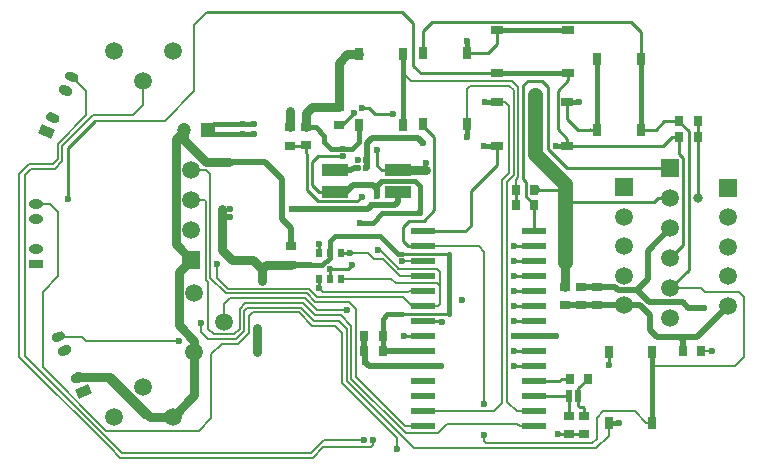
<source format=gbr>
%TF.GenerationSoftware,KiCad,Pcbnew,(5.1.8-0-10_14)*%
%TF.CreationDate,2022-01-05T18:09:54+08:00*%
%TF.ProjectId,MicroMouse,4d696372-6f4d-46f7-9573-652e6b696361,rev?*%
%TF.SameCoordinates,Original*%
%TF.FileFunction,Copper,L2,Bot*%
%TF.FilePolarity,Positive*%
%FSLAX46Y46*%
G04 Gerber Fmt 4.6, Leading zero omitted, Abs format (unit mm)*
G04 Created by KiCad (PCBNEW (5.1.8-0-10_14)) date 2022-01-05 18:09:54*
%MOMM*%
%LPD*%
G01*
G04 APERTURE LIST*
%TA.AperFunction,ComponentPad*%
%ADD10C,1.500000*%
%TD*%
%TA.AperFunction,ComponentPad*%
%ADD11R,1.500000X1.500000*%
%TD*%
%TA.AperFunction,ComponentPad*%
%ADD12C,1.200000*%
%TD*%
%TA.AperFunction,ComponentPad*%
%ADD13R,1.200000X1.200000*%
%TD*%
%TA.AperFunction,ComponentPad*%
%ADD14C,0.100000*%
%TD*%
%TA.AperFunction,ComponentPad*%
%ADD15O,1.200000X0.800000*%
%TD*%
%TA.AperFunction,ComponentPad*%
%ADD16R,1.200000X0.800000*%
%TD*%
%TA.AperFunction,SMDPad,CuDef*%
%ADD17R,0.787000X0.864000*%
%TD*%
%TA.AperFunction,SMDPad,CuDef*%
%ADD18R,0.575000X1.140000*%
%TD*%
%TA.AperFunction,SMDPad,CuDef*%
%ADD19R,0.500000X0.800000*%
%TD*%
%TA.AperFunction,SMDPad,CuDef*%
%ADD20R,2.000000X0.600000*%
%TD*%
%TA.AperFunction,SMDPad,CuDef*%
%ADD21R,0.700000X1.000000*%
%TD*%
%TA.AperFunction,SMDPad,CuDef*%
%ADD22R,1.000000X0.700000*%
%TD*%
%TA.AperFunction,SMDPad,CuDef*%
%ADD23R,0.864000X0.787000*%
%TD*%
%TA.AperFunction,SMDPad,CuDef*%
%ADD24R,2.200000X1.000000*%
%TD*%
%TA.AperFunction,ViaPad*%
%ADD25C,0.600000*%
%TD*%
%TA.AperFunction,ViaPad*%
%ADD26C,0.800000*%
%TD*%
%TA.AperFunction,Conductor*%
%ADD27C,0.508000*%
%TD*%
%TA.AperFunction,Conductor*%
%ADD28C,0.254000*%
%TD*%
%TA.AperFunction,Conductor*%
%ADD29C,0.381000*%
%TD*%
%TA.AperFunction,Conductor*%
%ADD30C,0.250000*%
%TD*%
%TA.AperFunction,Conductor*%
%ADD31C,0.762000*%
%TD*%
%TA.AperFunction,Conductor*%
%ADD32C,0.200000*%
%TD*%
%TA.AperFunction,Conductor*%
%ADD33C,1.270000*%
%TD*%
G04 APERTURE END LIST*
D10*
X82189460Y-84541500D03*
X82189460Y-87081500D03*
X82189460Y-89621500D03*
D11*
X82189460Y-92161500D03*
D12*
X81604240Y-81196320D03*
D13*
X83604240Y-81196320D03*
%TA.AperFunction,ComponentPad*%
G36*
G01*
X72887034Y-102429010D02*
X72524510Y-102598058D01*
G75*
G02*
X71992940Y-102404582I-169047J362523D01*
G01*
X71992940Y-102404582D01*
G75*
G02*
X72186416Y-101873012I362523J169047D01*
G01*
X72548940Y-101703964D01*
G75*
G02*
X73080510Y-101897440I169047J-362523D01*
G01*
X73080510Y-101897440D01*
G75*
G02*
X72887034Y-102429010I-362523J-169047D01*
G01*
G37*
%TD.AperFunction*%
%TA.AperFunction,ComponentPad*%
G36*
G01*
X71813584Y-100126988D02*
X71451060Y-100296036D01*
G75*
G02*
X70919490Y-100102560I-169047J362523D01*
G01*
X70919490Y-100102560D01*
G75*
G02*
X71112966Y-99570990I362523J169047D01*
G01*
X71475490Y-99401942D01*
G75*
G02*
X72007060Y-99595418I169047J-362523D01*
G01*
X72007060Y-99595418D01*
G75*
G02*
X71813584Y-100126988I-362523J-169047D01*
G01*
G37*
%TD.AperFunction*%
%TA.AperFunction,ComponentPad*%
G36*
G01*
X71276859Y-98975977D02*
X70914335Y-99145025D01*
G75*
G02*
X70382765Y-98951549I-169047J362523D01*
G01*
X70382765Y-98951549D01*
G75*
G02*
X70576241Y-98419979I362523J169047D01*
G01*
X70938765Y-98250931D01*
G75*
G02*
X71470335Y-98444407I169047J-362523D01*
G01*
X71470335Y-98444407D01*
G75*
G02*
X71276859Y-98975977I-362523J-169047D01*
G01*
G37*
%TD.AperFunction*%
%TA.AperFunction,ComponentPad*%
D14*
G36*
X73786282Y-103410974D02*
G01*
X72698713Y-103918116D01*
X72360618Y-103193070D01*
X73448187Y-102685928D01*
X73786282Y-103410974D01*
G37*
%TD.AperFunction*%
D15*
X69000000Y-91270000D03*
X69000000Y-88730000D03*
X69000000Y-87460000D03*
D16*
X69000000Y-92540000D03*
%TA.AperFunction,ComponentPad*%
G36*
G01*
X70475490Y-80598058D02*
X70112966Y-80429010D01*
G75*
G02*
X69919490Y-79897440I169047J362523D01*
G01*
X69919490Y-79897440D01*
G75*
G02*
X70451060Y-79703964I362523J-169047D01*
G01*
X70813584Y-79873012D01*
G75*
G02*
X71007060Y-80404582I-169047J-362523D01*
G01*
X71007060Y-80404582D01*
G75*
G02*
X70475490Y-80598058I-362523J169047D01*
G01*
G37*
%TD.AperFunction*%
%TA.AperFunction,ComponentPad*%
G36*
G01*
X71548940Y-78296036D02*
X71186416Y-78126988D01*
G75*
G02*
X70992940Y-77595418I169047J362523D01*
G01*
X70992940Y-77595418D01*
G75*
G02*
X71524510Y-77401942I362523J-169047D01*
G01*
X71887034Y-77570990D01*
G75*
G02*
X72080510Y-78102560I-169047J-362523D01*
G01*
X72080510Y-78102560D01*
G75*
G02*
X71548940Y-78296036I-362523J169047D01*
G01*
G37*
%TD.AperFunction*%
%TA.AperFunction,ComponentPad*%
G36*
G01*
X72085665Y-77145025D02*
X71723141Y-76975977D01*
G75*
G02*
X71529665Y-76444407I169047J362523D01*
G01*
X71529665Y-76444407D01*
G75*
G02*
X72061235Y-76250931I362523J-169047D01*
G01*
X72423759Y-76419979D01*
G75*
G02*
X72617235Y-76951549I-169047J-362523D01*
G01*
X72617235Y-76951549D01*
G75*
G02*
X72085665Y-77145025I-362523J169047D01*
G01*
G37*
%TD.AperFunction*%
%TA.AperFunction,ComponentPad*%
D14*
G36*
X70301287Y-81918116D02*
G01*
X69213718Y-81410974D01*
X69551813Y-80685928D01*
X70639382Y-81193070D01*
X70301287Y-81918116D01*
G37*
%TD.AperFunction*%
D17*
X96844960Y-99926280D03*
X98394960Y-99926280D03*
D10*
X118859440Y-96017240D03*
X118859440Y-93517240D03*
X118859440Y-91017240D03*
X118859440Y-88517240D03*
D11*
X118859440Y-86017240D03*
D10*
X127640220Y-96052800D03*
X127640220Y-93552800D03*
X127640220Y-91052800D03*
X127640220Y-88552800D03*
D11*
X127640220Y-86052800D03*
D18*
X114133880Y-103733600D03*
X114958880Y-103733600D03*
D19*
X92986960Y-91594900D03*
X94886960Y-91594900D03*
X93936960Y-91594900D03*
X92986960Y-93794900D03*
X94886960Y-93794900D03*
X93936960Y-93794900D03*
D20*
X101799800Y-97386280D03*
X101799800Y-96116280D03*
X101799800Y-94846280D03*
X101799800Y-93576280D03*
X101799800Y-92306280D03*
X101799800Y-91036280D03*
X101799800Y-89766280D03*
X101799800Y-98656280D03*
X101799800Y-99926280D03*
X101799800Y-101196280D03*
X101799800Y-102466280D03*
X101799800Y-103736280D03*
X101799800Y-105006280D03*
X101799800Y-106276280D03*
X111199800Y-106276280D03*
X111199800Y-105006280D03*
X111199800Y-103736280D03*
X111199800Y-102466280D03*
X111199800Y-101196280D03*
X111199800Y-99926280D03*
X111199800Y-98656280D03*
X111199800Y-89766280D03*
X111199800Y-91036280D03*
X111199800Y-92306280D03*
X111199800Y-93576280D03*
X111199800Y-94846280D03*
X111199800Y-96116280D03*
X111199800Y-97386280D03*
D21*
X100079560Y-80731760D03*
X100079560Y-74731760D03*
X96379560Y-80731760D03*
X96379560Y-74731760D03*
X116575100Y-75140700D03*
X116575100Y-81140700D03*
X120275100Y-75140700D03*
X120275100Y-81140700D03*
D22*
X114031160Y-78807840D03*
X108031160Y-78807840D03*
X114031160Y-82507840D03*
X108031160Y-82507840D03*
D21*
X105522780Y-80686040D03*
X105522780Y-74686040D03*
X101822780Y-80686040D03*
X101822780Y-74686040D03*
D22*
X114074340Y-72683900D03*
X108074340Y-72683900D03*
X114074340Y-76383900D03*
X108074340Y-76383900D03*
D21*
X117514760Y-99953820D03*
X117514760Y-105953820D03*
X121214760Y-99953820D03*
X121214760Y-105953820D03*
D10*
X78117840Y-77005960D03*
X75617840Y-74505960D03*
X80617840Y-74505960D03*
X78117840Y-102948240D03*
X80617840Y-105448240D03*
X75617840Y-105448240D03*
X84943460Y-97442160D03*
X82443460Y-99942160D03*
X82443460Y-94942160D03*
D17*
X114246360Y-102229920D03*
X115796360Y-102229920D03*
X109674500Y-87564100D03*
X111224500Y-87564100D03*
X111221960Y-86228060D03*
X109671960Y-86228060D03*
D23*
X91899880Y-80944560D03*
X91899880Y-82494560D03*
X90576540Y-82497100D03*
X90576540Y-80947100D03*
D17*
X125062420Y-80454640D03*
X123512420Y-80454640D03*
X125052260Y-81795760D03*
X123502260Y-81795760D03*
D24*
X94383220Y-86404160D03*
X99683220Y-86404160D03*
X99683220Y-84604160D03*
X94383220Y-84604160D03*
D11*
X122753260Y-84417040D03*
D10*
X122753260Y-86957040D03*
X122753260Y-89497040D03*
X122753260Y-92037040D03*
X122753260Y-94577040D03*
X122753260Y-97117040D03*
D23*
X113842940Y-94482760D03*
X113842940Y-96032760D03*
X114127280Y-105407160D03*
X114127280Y-106957160D03*
X115460780Y-105397000D03*
X115460780Y-106947000D03*
X90600000Y-91045000D03*
X90600000Y-92595000D03*
X115178980Y-94472900D03*
X115178980Y-96022900D03*
D17*
X96842420Y-98585160D03*
X98392420Y-98585160D03*
X125375000Y-99930000D03*
X123825000Y-99930000D03*
D23*
X116512480Y-94462440D03*
X116512480Y-96012440D03*
X94663400Y-79207200D03*
X94663400Y-80757200D03*
D25*
X126270000Y-99930000D03*
X105100000Y-95560000D03*
X103340000Y-101200000D03*
X85390000Y-83860000D03*
X95820000Y-92630000D03*
X109532560Y-98656280D03*
X113030140Y-98656280D03*
X125628540Y-96225500D03*
X95021540Y-82753340D03*
X95021540Y-83401040D03*
X94660860Y-78260080D03*
X84760000Y-83860000D03*
X97932240Y-86761320D03*
X93934280Y-92984320D03*
X96855280Y-100820220D03*
X101569520Y-88229440D03*
X96500000Y-89020000D03*
X113192560Y-106956860D03*
X96306780Y-83710920D03*
X97002740Y-83708380D03*
X96306780Y-84376400D03*
X97002740Y-84384020D03*
X101821120Y-82313920D03*
X95971500Y-79748520D03*
X97929700Y-82915760D03*
X102021640Y-84609940D03*
X102019100Y-83959700D03*
X90718640Y-87866220D03*
X91678760Y-87863680D03*
X98135440Y-87530940D03*
X97477580Y-87528400D03*
X84790000Y-88560000D03*
X85430000Y-88560000D03*
X85430000Y-87890000D03*
X84790000Y-87910000D03*
X90580000Y-79550000D03*
D26*
X111269920Y-81356340D03*
X111269920Y-80297160D03*
X111269920Y-79253220D03*
X111269920Y-78196580D03*
X125095140Y-86972280D03*
D25*
X92196920Y-92631260D03*
X87772240Y-97962720D03*
X87777320Y-100000000D03*
X88181180Y-94010480D03*
X100009960Y-92306280D03*
X84401660Y-92516960D03*
X98013520Y-91307920D03*
X92986860Y-94569280D03*
X95605600Y-91597480D03*
X109532560Y-93576280D03*
X96624280Y-79347200D03*
X99276040Y-79829800D03*
X96624140Y-86824820D03*
X99640000Y-108220000D03*
X81168240Y-99067620D03*
X97610000Y-107440000D03*
X95370000Y-96440000D03*
X96800000Y-107420000D03*
X92986860Y-90800000D03*
X100213160Y-98656140D03*
X109532560Y-101196280D03*
X109532560Y-99926280D03*
X109532560Y-91033740D03*
X109532560Y-92306280D03*
X109532560Y-94846280D03*
X109532560Y-96116280D03*
X109532560Y-97386280D03*
X106990000Y-82510000D03*
X113100000Y-82510000D03*
X71772780Y-86995000D03*
X107000000Y-104394000D03*
X107000000Y-107000000D03*
X86600000Y-81500000D03*
X87465040Y-81503660D03*
X86601440Y-80680700D03*
X87465040Y-80680700D03*
X118410000Y-105960000D03*
X103402560Y-97400000D03*
X83000000Y-97500000D03*
X117522560Y-101120000D03*
X105530000Y-73640000D03*
X105520000Y-81750000D03*
X107020000Y-78810000D03*
X115050000Y-78810000D03*
D27*
X118281519Y-94721241D02*
X119909039Y-94721241D01*
X118033178Y-94472900D02*
X118281519Y-94721241D01*
X115178980Y-94472900D02*
X118033178Y-94472900D01*
X119909039Y-94721241D02*
X120860960Y-93769320D01*
X120860960Y-91389340D02*
X122753260Y-89497040D01*
X120860960Y-93769320D02*
X120860960Y-91389340D01*
X120968839Y-95781041D02*
X119909039Y-94721241D01*
X111199800Y-98656280D02*
X113030140Y-98656280D01*
X111199800Y-98656280D02*
X109532560Y-98656280D01*
X125631080Y-96228040D02*
X125628540Y-96225500D01*
X120968839Y-95781041D02*
X123799781Y-95781041D01*
X124244240Y-96225500D02*
X125628540Y-96225500D01*
X123799781Y-95781041D02*
X124244240Y-96225500D01*
D28*
X94663400Y-78262620D02*
X94660860Y-78260080D01*
X94663400Y-79207200D02*
X94663400Y-78262620D01*
D29*
X92712880Y-80944560D02*
X93441660Y-81673340D01*
X91899880Y-80944560D02*
X92712880Y-80944560D01*
X93441660Y-81673340D02*
X93441660Y-82189460D01*
X94005540Y-82753340D02*
X95021540Y-82753340D01*
X93441660Y-82189460D02*
X94005540Y-82753340D01*
X95021540Y-82753340D02*
X95811480Y-82753340D01*
X96379560Y-82185260D02*
X96379560Y-80731760D01*
X95811480Y-82753340D02*
X96379560Y-82185260D01*
X94701900Y-79207200D02*
X94707280Y-79212580D01*
X94663400Y-79207200D02*
X94701900Y-79207200D01*
D28*
X95021540Y-83401040D02*
X92882860Y-83401040D01*
X92882860Y-83401040D02*
X92420580Y-83863320D01*
X92420580Y-83863320D02*
X92420580Y-85841980D01*
X92982760Y-86404160D02*
X94383220Y-86404160D01*
X92420580Y-85841980D02*
X92982760Y-86404160D01*
D27*
X97932240Y-86149180D02*
X97932240Y-86761320D01*
X95907860Y-85808820D02*
X97591880Y-85808820D01*
X97591880Y-85808820D02*
X97932240Y-86149180D01*
X95312520Y-86404160D02*
X95907860Y-85808820D01*
X94383220Y-86404160D02*
X95312520Y-86404160D01*
D30*
X114137440Y-106947000D02*
X114127280Y-106957160D01*
X115460780Y-106947000D02*
X114137440Y-106947000D01*
X97932240Y-86149180D02*
X97932240Y-86006940D01*
X72536725Y-102151011D02*
X74904431Y-102151011D01*
X78201660Y-105448240D02*
X80617840Y-105448240D01*
X76020930Y-103141640D02*
X76020930Y-103267510D01*
X76020930Y-103267510D02*
X78201660Y-105448240D01*
X74904431Y-102151011D02*
X76020930Y-103267510D01*
D28*
X93936960Y-93794900D02*
X93936960Y-92987000D01*
X93936960Y-92987000D02*
X93934280Y-92984320D01*
X95465680Y-92984320D02*
X95820000Y-92630000D01*
X93934280Y-92984320D02*
X95465680Y-92984320D01*
D29*
X81070000Y-93280960D02*
X82189460Y-92161500D01*
X81070000Y-96677082D02*
X81070000Y-93280960D01*
D30*
X98437700Y-85501480D02*
X101117400Y-85501480D01*
X97932240Y-86006940D02*
X98437700Y-85501480D01*
D29*
X98282998Y-85501480D02*
X101117400Y-85501480D01*
X97932240Y-85852238D02*
X98282998Y-85501480D01*
X97932240Y-86761320D02*
X97932240Y-85852238D01*
X101117400Y-85506560D02*
X101569520Y-85958680D01*
X101117400Y-85501480D02*
X101117400Y-85506560D01*
X101569520Y-85958680D02*
X101569520Y-88229440D01*
D27*
X103336280Y-101196280D02*
X103340000Y-101200000D01*
X101799800Y-101196280D02*
X103336280Y-101196280D01*
D30*
X114127280Y-106957160D02*
X113192860Y-106957160D01*
X113192860Y-106957160D02*
X113192560Y-106956860D01*
D27*
X97231340Y-101196280D02*
X96855280Y-100820220D01*
X101799800Y-101196280D02*
X97231340Y-101196280D01*
X96855280Y-99936600D02*
X96844960Y-99926280D01*
X96855280Y-100820220D02*
X96855280Y-99936600D01*
X96844960Y-98587700D02*
X96842420Y-98585160D01*
X96844960Y-99926280D02*
X96844960Y-98587700D01*
D31*
X78647958Y-105448240D02*
X80617840Y-105448240D01*
X75304636Y-102104918D02*
X78647958Y-105448240D01*
X72627096Y-102104918D02*
X75304636Y-102104918D01*
X72581003Y-102151011D02*
X72627096Y-102104918D01*
X72536725Y-102151011D02*
X72581003Y-102151011D01*
X82443460Y-103622620D02*
X80617840Y-105448240D01*
X82443460Y-99942160D02*
X82443460Y-103622620D01*
X82443460Y-99038958D02*
X82443460Y-99942160D01*
X81112459Y-97707957D02*
X82443460Y-99038958D01*
X81112459Y-93238501D02*
X81112459Y-97707957D01*
X82189460Y-92161500D02*
X81112459Y-93238501D01*
X80858459Y-90830499D02*
X82189460Y-92161500D01*
X80858459Y-81942101D02*
X80858459Y-90830499D01*
X81604240Y-81196320D02*
X80858459Y-81942101D01*
X83419392Y-83860000D02*
X85390000Y-83860000D01*
X81604240Y-82044848D02*
X83419392Y-83860000D01*
X81604240Y-81196320D02*
X81604240Y-82044848D01*
X94663400Y-79207200D02*
X92402800Y-79207200D01*
X91899880Y-79710120D02*
X91899880Y-80944560D01*
X92402800Y-79207200D02*
X91899880Y-79710120D01*
X95398240Y-74731760D02*
X94660860Y-75469140D01*
X96379560Y-74731760D02*
X95398240Y-74731760D01*
D30*
X94660860Y-78260080D02*
X94660860Y-75469140D01*
D31*
X94660860Y-79204660D02*
X94663400Y-79207200D01*
X94660860Y-75469140D02*
X94660860Y-79204660D01*
D29*
X97550000Y-89020000D02*
X96500000Y-89020000D01*
X98340560Y-88229440D02*
X97550000Y-89020000D01*
X101569520Y-88229440D02*
X98340560Y-88229440D01*
D32*
X125375000Y-99930000D02*
X126270000Y-99930000D01*
D27*
X84760000Y-83860000D02*
X88450000Y-83860000D01*
X88450000Y-83860000D02*
X89880000Y-85290000D01*
X89880000Y-85290000D02*
X89880000Y-88740000D01*
X90600000Y-89460000D02*
X90600000Y-91045000D01*
X89880000Y-88740000D02*
X90600000Y-89460000D01*
D28*
X97002740Y-83708380D02*
X97002740Y-82890500D01*
D27*
X101821120Y-82313920D02*
X101377200Y-81870000D01*
X101377200Y-81870000D02*
X97470000Y-81870000D01*
X97024070Y-84362690D02*
X97002740Y-84384020D01*
X97024070Y-82315930D02*
X97024070Y-84362690D01*
X97470000Y-81870000D02*
X97024070Y-82315930D01*
X94383220Y-84604160D02*
X95705840Y-84604160D01*
X95933600Y-84376400D02*
X96306780Y-84376400D01*
X95705840Y-84604160D02*
X95933600Y-84376400D01*
D28*
X94962820Y-80757200D02*
X95971500Y-79748520D01*
X94663400Y-80757200D02*
X94962820Y-80757200D01*
X97929700Y-82915760D02*
X97929700Y-84221320D01*
X98312540Y-84604160D02*
X99683220Y-84604160D01*
X97929700Y-84221320D02*
X98312540Y-84604160D01*
D31*
X102015860Y-84604160D02*
X102021640Y-84609940D01*
X99683220Y-84604160D02*
X102015860Y-84604160D01*
D27*
X98987900Y-86404160D02*
X99683220Y-86404160D01*
X91676220Y-87866220D02*
X91678760Y-87863680D01*
X90718640Y-87866220D02*
X91676220Y-87866220D01*
X97142300Y-87863680D02*
X97477580Y-87528400D01*
X91678760Y-87863680D02*
X97142300Y-87863680D01*
X98135440Y-87530940D02*
X99469060Y-87530940D01*
X99683220Y-87316780D02*
X99683220Y-86404160D01*
X99469060Y-87530940D02*
X99683220Y-87316780D01*
X97480120Y-87530940D02*
X97477580Y-87528400D01*
X98135440Y-87530940D02*
X97480120Y-87530940D01*
D28*
X104020000Y-91670000D02*
X100020000Y-91670000D01*
X104000000Y-96750000D02*
X100000000Y-96750000D01*
D29*
X98394960Y-98587700D02*
X98392420Y-98585160D01*
X98394960Y-99926280D02*
X98394960Y-98587700D01*
D33*
X111269920Y-78196580D02*
X111269920Y-81356340D01*
D31*
X111269920Y-86180100D02*
X111221960Y-86228060D01*
D33*
X111269920Y-81356340D02*
X111269920Y-81922025D01*
D31*
X113842940Y-92377400D02*
X113842940Y-94482760D01*
D28*
X111221960Y-86228060D02*
X113515280Y-86228060D01*
X113515280Y-86228060D02*
X113842940Y-86555720D01*
D33*
X111269920Y-83220700D02*
X113842940Y-85793720D01*
X111269920Y-81356340D02*
X111269920Y-83220700D01*
X113842940Y-85793720D02*
X113842940Y-86555720D01*
D28*
X125062420Y-81785600D02*
X125052260Y-81795760D01*
X125062420Y-80454640D02*
X125062420Y-81785600D01*
X121692600Y-86957040D02*
X121329380Y-87320260D01*
X122753260Y-86957040D02*
X121692600Y-86957040D01*
X114264580Y-87320260D02*
X113842940Y-86898620D01*
X121329380Y-87320260D02*
X114264580Y-87320260D01*
D33*
X113842940Y-86898620D02*
X113842940Y-92377400D01*
X113842940Y-86555720D02*
X113842940Y-86898620D01*
D28*
X125052260Y-86929400D02*
X125095140Y-86972280D01*
X125052260Y-81795760D02*
X125052260Y-86929400D01*
X90581480Y-80942160D02*
X90576540Y-80947100D01*
D29*
X93290020Y-92631260D02*
X92621184Y-92631260D01*
X93936960Y-91984320D02*
X93290020Y-92631260D01*
X92621184Y-92631260D02*
X92196920Y-92631260D01*
X93936960Y-91594900D02*
X93936960Y-91984320D01*
X84790000Y-91610000D02*
X84790000Y-87910000D01*
D31*
X84790000Y-87910000D02*
X84790000Y-91310000D01*
X84790000Y-91310000D02*
X85630000Y-92150000D01*
X85630000Y-92150000D02*
X87380000Y-92150000D01*
X88181180Y-92951180D02*
X88181180Y-93929471D01*
D27*
X101799800Y-99926280D02*
X98394960Y-99926280D01*
D31*
X87772240Y-99994920D02*
X87777320Y-100000000D01*
X87772240Y-97962720D02*
X87772240Y-99994920D01*
X90576540Y-79553460D02*
X90580000Y-79550000D01*
X90576540Y-80947100D02*
X90576540Y-79553460D01*
D28*
X93939060Y-91592800D02*
X93936960Y-91594900D01*
D27*
X92160660Y-92595000D02*
X92196920Y-92631260D01*
X90600000Y-92595000D02*
X92160660Y-92595000D01*
D31*
X87380000Y-92150000D02*
X88181180Y-92951180D01*
X88537360Y-92595000D02*
X88181180Y-92951180D01*
X90600000Y-92595000D02*
X88537360Y-92595000D01*
D29*
X98392420Y-98585160D02*
X98392420Y-97367580D01*
X98392420Y-97367580D02*
X98392420Y-97287580D01*
X98392420Y-97367580D02*
X98392420Y-97147580D01*
X98790000Y-96750000D02*
X100000000Y-96750000D01*
X98392420Y-97147580D02*
X98790000Y-96750000D01*
X99660000Y-91670000D02*
X100020000Y-91670000D01*
X98130000Y-90140000D02*
X99660000Y-91670000D01*
X94350000Y-90140000D02*
X98130000Y-90140000D01*
X93936960Y-90553040D02*
X94350000Y-90140000D01*
X93936960Y-91594900D02*
X93936960Y-90553040D01*
X104020000Y-96730000D02*
X104000000Y-96750000D01*
X104020000Y-91670000D02*
X104020000Y-96730000D01*
D27*
X115169120Y-96032760D02*
X115178980Y-96022900D01*
X113842940Y-96032760D02*
X115169120Y-96032760D01*
X116502020Y-96022900D02*
X116512480Y-96012440D01*
X115178980Y-96022900D02*
X116502020Y-96022900D01*
X118854640Y-96012440D02*
X118859440Y-96017240D01*
X116512480Y-96012440D02*
X118854640Y-96012440D01*
X118859440Y-96017240D02*
X120167240Y-96017240D01*
X120167240Y-96017240D02*
X121010000Y-96860000D01*
X121010000Y-96860000D02*
X121010000Y-98090000D01*
X121010000Y-98090000D02*
X121640000Y-98720000D01*
X121640000Y-98720000D02*
X123590000Y-98720000D01*
X123825000Y-98955000D02*
X123825000Y-99930000D01*
X123590000Y-98720000D02*
X123825000Y-98955000D01*
X124973020Y-98720000D02*
X123590000Y-98720000D01*
X127640220Y-96052800D02*
X124973020Y-98720000D01*
D28*
X114958880Y-104557600D02*
X115077220Y-104675940D01*
X114958880Y-103733600D02*
X114958880Y-104557600D01*
X115460780Y-104749500D02*
X115460780Y-105397000D01*
X115387220Y-104675940D02*
X115460780Y-104749500D01*
X115077220Y-104675940D02*
X115387220Y-104675940D01*
X114958880Y-103067400D02*
X115796360Y-102229920D01*
X114958880Y-103733600D02*
X114958880Y-103067400D01*
X114127280Y-103740200D02*
X114133880Y-103733600D01*
X114127280Y-105407160D02*
X114127280Y-103740200D01*
X111202480Y-103733600D02*
X111199800Y-103736280D01*
X114133880Y-103733600D02*
X111202480Y-103733600D01*
D32*
X101799800Y-92306280D02*
X100009960Y-92306280D01*
D30*
X102499800Y-96116280D02*
X101799800Y-96116280D01*
D32*
X94886960Y-93794900D02*
X99100960Y-93794900D01*
X99100960Y-93794900D02*
X99476560Y-94170500D01*
X100554018Y-94170500D02*
X100559799Y-94176281D01*
X99476560Y-94170500D02*
X100554018Y-94170500D01*
X100559799Y-94176281D02*
X102995161Y-94176281D01*
X102995161Y-94176281D02*
X103251000Y-94432120D01*
X103251000Y-94432120D02*
X103251000Y-95930720D01*
X103065440Y-96116280D02*
X101799800Y-96116280D01*
X103251000Y-95930720D02*
X103065440Y-96116280D01*
X84401660Y-92516960D02*
X84401660Y-93545660D01*
X92140059Y-94610481D02*
X92853238Y-95323660D01*
X85288681Y-94610481D02*
X92140059Y-94610481D01*
X92853238Y-95323660D02*
X93146880Y-95323660D01*
X93146880Y-95323660D02*
X92867480Y-95323660D01*
X84401660Y-93723460D02*
X85288681Y-94610481D01*
X84401660Y-93545660D02*
X84401660Y-93723460D01*
X95679260Y-95323660D02*
X93146880Y-95323660D01*
D28*
X101799800Y-96116280D02*
X100976280Y-96116280D01*
D32*
X101799800Y-96116280D02*
X100896280Y-96116280D01*
X100103660Y-95323660D02*
X95679260Y-95323660D01*
X100896280Y-96116280D02*
X100103660Y-95323660D01*
X98123598Y-91307920D02*
X98013520Y-91307920D01*
X99721959Y-92906281D02*
X98123598Y-91307920D01*
X99721959Y-92908041D02*
X99721959Y-92906281D01*
X103251000Y-94432120D02*
X103251000Y-93187478D01*
X99729658Y-92915740D02*
X99721959Y-92908041D01*
X102979262Y-92915740D02*
X99729658Y-92915740D01*
X103251000Y-93187478D02*
X102979262Y-92915740D01*
D28*
X101797120Y-94843600D02*
X101799800Y-94846280D01*
X92986960Y-93794900D02*
X92986960Y-94569180D01*
X92986960Y-94569180D02*
X92986860Y-94569280D01*
D32*
X100599800Y-94846280D02*
X100522430Y-94923650D01*
X101799800Y-94846280D02*
X100599800Y-94846280D01*
X93341230Y-94923650D02*
X92986860Y-94569280D01*
X100522430Y-94923650D02*
X93341230Y-94923650D01*
D28*
X94889540Y-91597480D02*
X94886960Y-91594900D01*
X95605600Y-91597480D02*
X94889540Y-91597480D01*
D32*
X99824499Y-93576280D02*
X101799800Y-93576280D01*
X97670000Y-92130000D02*
X98378219Y-92130000D01*
X97137480Y-91597480D02*
X97670000Y-92130000D01*
X98378219Y-92130000D02*
X99824499Y-93576280D01*
X95605600Y-91597480D02*
X97137480Y-91597480D01*
D28*
X111199800Y-89766280D02*
X111199800Y-87441180D01*
X122753260Y-84417040D02*
X114000420Y-84417040D01*
X114000420Y-84417040D02*
X112397680Y-82814300D01*
X112397680Y-82814300D02*
X112397680Y-77553960D01*
X112397680Y-77553960D02*
X111843960Y-77000240D01*
X111843960Y-77000240D02*
X110695880Y-77000240D01*
X111224500Y-87525600D02*
X111224500Y-87564100D01*
X110501459Y-86802559D02*
X111224500Y-87525600D01*
X110501459Y-85556119D02*
X110501459Y-86802559D01*
X110307910Y-85362570D02*
X110501459Y-85556119D01*
X110307910Y-77388210D02*
X110307910Y-85362570D01*
X110695880Y-77000240D02*
X110307910Y-77388210D01*
X111199800Y-93576280D02*
X109532560Y-93576280D01*
D32*
X100589500Y-106265980D02*
X100599800Y-106276280D01*
X96148919Y-96359018D02*
X96148919Y-102108919D01*
X100305980Y-106265980D02*
X100589500Y-106265980D01*
X83801659Y-84906559D02*
X83801659Y-93689158D01*
X96148919Y-102108919D02*
X100305980Y-106265980D01*
X95514881Y-95724980D02*
X96148919Y-96359018D01*
X91974371Y-95010491D02*
X92688860Y-95724980D01*
X83801659Y-93689158D02*
X85122992Y-95010491D01*
X92688860Y-95724980D02*
X95514881Y-95724980D01*
X82189460Y-84541500D02*
X83436600Y-84541500D01*
X100599800Y-106276280D02*
X101799800Y-106276280D01*
X85122992Y-95010491D02*
X91974371Y-95010491D01*
X83436600Y-84541500D02*
X83801659Y-84906559D01*
D28*
X96624280Y-79347200D02*
X97213560Y-79347200D01*
X97213560Y-79347200D02*
X97706320Y-79839960D01*
X97716480Y-79829800D02*
X99276040Y-79829800D01*
X97706320Y-79839960D02*
X97716480Y-79829800D01*
X91897340Y-82497100D02*
X91899880Y-82494560D01*
X90576540Y-82497100D02*
X91897340Y-82497100D01*
X91966570Y-83208750D02*
X91966570Y-86271890D01*
X91899880Y-83142060D02*
X91966570Y-83208750D01*
X91899880Y-82494560D02*
X91899880Y-83142060D01*
X91966570Y-86271890D02*
X92925841Y-87231161D01*
X96217799Y-87231161D02*
X96624140Y-86824820D01*
X92925841Y-87231161D02*
X96217799Y-87231161D01*
X109674500Y-86230600D02*
X109671960Y-86228060D01*
X109674500Y-87564100D02*
X109674500Y-86230600D01*
D32*
X100079560Y-76320400D02*
X100079560Y-74731760D01*
X100793061Y-77033901D02*
X100079560Y-76320400D01*
X109368101Y-77033901D02*
X100793061Y-77033901D01*
X109880900Y-77546700D02*
X109368101Y-77033901D01*
X109880900Y-85176360D02*
X109880900Y-77546700D01*
X109671960Y-85385300D02*
X109880900Y-85176360D01*
X109671960Y-86228060D02*
X109671960Y-85385300D01*
D29*
X100079560Y-74731760D02*
X100079560Y-80731760D01*
D32*
X70900000Y-88110000D02*
X70250000Y-87460000D01*
X70250000Y-87460000D02*
X69000000Y-87460000D01*
X70900000Y-93580000D02*
X70900000Y-88110000D01*
X69590000Y-101233682D02*
X69590000Y-94890000D01*
X75006318Y-106650000D02*
X69590000Y-101233682D01*
X69590000Y-94890000D02*
X70900000Y-93580000D01*
X83890000Y-100180000D02*
X83890000Y-105600000D01*
X91285942Y-96620010D02*
X87369990Y-96620010D01*
X82840000Y-106650000D02*
X75006318Y-106650000D01*
X84777819Y-99292181D02*
X83890000Y-100180000D01*
X86159217Y-99292181D02*
X84777819Y-99292181D01*
X99640000Y-107297095D02*
X94948889Y-102605985D01*
X87080020Y-98371377D02*
X86159217Y-99292181D01*
X87369990Y-96620010D02*
X87080020Y-96909980D01*
X92425941Y-97760010D02*
X91285942Y-96620010D01*
X83890000Y-105600000D02*
X82840000Y-106650000D01*
X94320010Y-97760010D02*
X92425941Y-97760010D01*
X87080020Y-96909980D02*
X87080020Y-98371377D01*
X94948889Y-98388889D02*
X94320010Y-97760010D01*
X94948889Y-102605985D02*
X94948889Y-98388889D01*
X99640000Y-108220000D02*
X99640000Y-107297095D01*
D28*
X113598860Y-102229920D02*
X113355020Y-102473760D01*
X114246360Y-102229920D02*
X113598860Y-102229920D01*
X113355020Y-102473760D02*
X113347540Y-102466280D01*
X113347540Y-102466280D02*
X111199800Y-102466280D01*
D32*
X81168240Y-99067620D02*
X73286620Y-99067620D01*
X72916978Y-98697978D02*
X70926550Y-98697978D01*
X73286620Y-99067620D02*
X72916978Y-98697978D01*
X73270000Y-77894528D02*
X72073450Y-76697978D01*
X70879990Y-83630010D02*
X70879990Y-82344311D01*
X70460000Y-84050000D02*
X70879990Y-83630010D01*
X68484282Y-84050000D02*
X70460000Y-84050000D01*
X67630000Y-100405079D02*
X67630000Y-84904282D01*
X70879990Y-82344311D02*
X73270000Y-79954301D01*
X97610000Y-107864264D02*
X97424264Y-108050000D01*
X97424264Y-108050000D02*
X93355698Y-108050000D01*
X73270000Y-79954301D02*
X73270000Y-77894528D01*
X67630000Y-84904282D02*
X68484282Y-84050000D01*
X76144930Y-108920010D02*
X75280000Y-108055079D01*
X92485689Y-108920010D02*
X76144930Y-108920010D01*
X93355698Y-108050000D02*
X92485689Y-108920010D01*
X75280000Y-108055079D02*
X67630000Y-100405079D01*
X97610000Y-107440000D02*
X97610000Y-107864264D01*
X95370000Y-96440000D02*
X92838182Y-96440000D01*
X92838182Y-96440000D02*
X91808683Y-95410501D01*
X91808683Y-95410501D02*
X85429499Y-95410501D01*
X84943460Y-95896540D02*
X84943460Y-97442160D01*
X85429499Y-95410501D02*
X84943460Y-95896540D01*
X93420000Y-107420000D02*
X96800000Y-107420000D01*
X76310619Y-108520000D02*
X92320000Y-108520000D01*
X68639980Y-84460000D02*
X68099990Y-84999990D01*
X73870000Y-79920000D02*
X71280000Y-82510000D01*
X71280000Y-83810000D02*
X70630000Y-84460000D01*
X77240000Y-79920000D02*
X73870000Y-79920000D01*
X78117840Y-79042160D02*
X77240000Y-79920000D01*
X68099990Y-100309371D02*
X76310619Y-108520000D01*
X70630000Y-84460000D02*
X68639980Y-84460000D01*
X71280000Y-82510000D02*
X71280000Y-83810000D01*
X68099990Y-84999990D02*
X68099990Y-100309371D01*
X92320000Y-108520000D02*
X93420000Y-107420000D01*
X78117840Y-77005960D02*
X78117840Y-79042160D01*
D30*
X100213300Y-98656280D02*
X100213160Y-98656140D01*
X101799800Y-98656280D02*
X100213300Y-98656280D01*
X92986960Y-91594900D02*
X92986960Y-90650160D01*
X92986960Y-90650160D02*
X92986860Y-90650060D01*
D28*
X111199800Y-101196280D02*
X109532560Y-101196280D01*
X111199800Y-99926280D02*
X109532560Y-99926280D01*
X109535100Y-91036280D02*
X109532560Y-91033740D01*
X111199800Y-91036280D02*
X109535100Y-91036280D01*
X111199800Y-92306280D02*
X109532560Y-92306280D01*
X111199800Y-94846280D02*
X109532560Y-94846280D01*
X109532560Y-96116280D02*
X111199800Y-96116280D01*
X111199800Y-97386280D02*
X109532560Y-97386280D01*
X123830261Y-90960039D02*
X123830261Y-83511001D01*
X122753260Y-92037040D02*
X123830261Y-90960039D01*
X123502260Y-83183000D02*
X123502260Y-81795760D01*
X123830261Y-83511001D02*
X123502260Y-83183000D01*
X114785160Y-82507840D02*
X114031160Y-82507840D01*
X122854760Y-81795760D02*
X122142680Y-82507840D01*
X123502260Y-81795760D02*
X122854760Y-81795760D01*
X118806100Y-82501880D02*
X118800140Y-82507840D01*
X118800140Y-82507840D02*
X114785160Y-82507840D01*
X122142680Y-82507840D02*
X118800140Y-82507840D01*
X108031160Y-84168934D02*
X108031160Y-82507840D01*
X105842590Y-86357503D02*
X106108544Y-86091550D01*
X106108544Y-86091550D02*
X108031160Y-84168934D01*
X101799800Y-89766280D02*
X105366960Y-89766280D01*
X105842590Y-89290650D02*
X105842590Y-86357503D01*
X105366960Y-89766280D02*
X105842590Y-89290650D01*
X114031160Y-81903840D02*
X114031160Y-82507840D01*
X113204159Y-81076839D02*
X114031160Y-81903840D01*
X113204159Y-77858081D02*
X113204159Y-81076839D01*
X114074340Y-76987900D02*
X113204159Y-77858081D01*
X114074340Y-76383900D02*
X114074340Y-76987900D01*
D30*
X108074340Y-76383900D02*
X101593400Y-76383900D01*
X101593400Y-76383900D02*
X100934520Y-75725020D01*
X100934520Y-75725020D02*
X100934520Y-74151718D01*
X100934520Y-74151718D02*
X100934520Y-72102980D01*
X100934520Y-72102980D02*
X100037900Y-71206360D01*
X74063860Y-80380840D02*
X71775320Y-82669380D01*
X71775320Y-82669380D02*
X71775320Y-86995000D01*
D29*
X108074340Y-76383900D02*
X114074340Y-76383900D01*
D32*
X74063860Y-80380840D02*
X79929160Y-80380840D01*
X79929160Y-80380840D02*
X82410000Y-77900000D01*
X82410000Y-72300000D02*
X83503640Y-71206360D01*
X82410000Y-77900000D02*
X82410000Y-72300000D01*
D30*
X100037900Y-71206360D02*
X83503640Y-71206360D01*
D29*
X113102160Y-82507840D02*
X113100000Y-82510000D01*
X114031160Y-82507840D02*
X113102160Y-82507840D01*
X108029000Y-82510000D02*
X108031160Y-82507840D01*
X106990000Y-82510000D02*
X108029000Y-82510000D01*
D28*
X123512420Y-80493140D02*
X123512420Y-80454640D01*
X124284271Y-81264991D02*
X123512420Y-80493140D01*
X124284271Y-93046029D02*
X124284271Y-81264991D01*
X122753260Y-94577040D02*
X124284271Y-93046029D01*
X123512420Y-80454640D02*
X122202080Y-80454640D01*
X121516020Y-81140700D02*
X120275100Y-81140700D01*
X122202080Y-80454640D02*
X121516020Y-81140700D01*
X101822780Y-74686040D02*
X101822780Y-72792340D01*
X102608221Y-72006899D02*
X119436319Y-72006899D01*
X101822780Y-72792340D02*
X102608221Y-72006899D01*
X120275100Y-72845680D02*
X120275100Y-75140700D01*
X119436319Y-72006899D02*
X120275100Y-72845680D01*
D30*
X101822780Y-80836040D02*
X101822780Y-80686040D01*
X100601619Y-88854441D02*
X101879239Y-88854441D01*
X100083620Y-89372440D02*
X100601619Y-88854441D01*
X102745540Y-81758800D02*
X101822780Y-80836040D01*
X102745540Y-87988140D02*
X102745540Y-81758800D01*
X100083620Y-90570100D02*
X100083620Y-89372440D01*
X100549800Y-91036280D02*
X100083620Y-90570100D01*
X101879239Y-88854441D02*
X102745540Y-87988140D01*
X101799800Y-91036280D02*
X100549800Y-91036280D01*
D32*
X101799800Y-91036280D02*
X102999800Y-91036280D01*
X107000000Y-104394000D02*
X107000000Y-91531400D01*
X106504880Y-91036280D02*
X101799800Y-91036280D01*
X107000000Y-91531400D02*
X106504880Y-91036280D01*
X116512340Y-107335320D02*
X116138960Y-107708700D01*
X107000000Y-107541020D02*
X107000000Y-107000000D01*
X116512340Y-105566238D02*
X116512340Y-107335320D01*
X107167680Y-107708700D02*
X107000000Y-107541020D01*
X117077518Y-105001060D02*
X116512340Y-105566238D01*
X116138960Y-107708700D02*
X107167680Y-107708700D01*
X119712000Y-105001060D02*
X117077518Y-105001060D01*
X120664760Y-105953820D02*
X119712000Y-105001060D01*
X121214760Y-105953820D02*
X120664760Y-105953820D01*
D29*
X120275100Y-75140700D02*
X120275100Y-81140700D01*
D32*
X122753260Y-94577040D02*
X125377040Y-94577040D01*
X125377040Y-94577040D02*
X125670000Y-94870000D01*
X125670000Y-94870000D02*
X128570000Y-94870000D01*
X128570000Y-94870000D02*
X129000000Y-95300000D01*
X129000000Y-95300000D02*
X129000000Y-100420000D01*
X128225240Y-101194760D02*
X121214760Y-101194760D01*
X129000000Y-100420000D02*
X128225240Y-101194760D01*
D29*
X121214760Y-101194760D02*
X121214760Y-105953820D01*
X121214760Y-99953820D02*
X121214760Y-101194760D01*
D28*
X86601440Y-80680700D02*
X87465040Y-80680700D01*
D29*
X83911580Y-81503660D02*
X83604240Y-81196320D01*
X87465040Y-81503660D02*
X83911580Y-81503660D01*
X84119860Y-80680700D02*
X83604240Y-81196320D01*
X87465040Y-80680700D02*
X84119860Y-80680700D01*
D32*
X109999800Y-106276280D02*
X111199800Y-106276280D01*
X109772290Y-106048770D02*
X109999800Y-106276280D01*
X100350583Y-106876281D02*
X103039801Y-106876281D01*
X95748909Y-97788909D02*
X95748909Y-102274607D01*
X92690000Y-96880000D02*
X94840000Y-96880000D01*
X91620511Y-95810511D02*
X92690000Y-96880000D01*
X86280000Y-96300000D02*
X86769489Y-95810511D01*
X85827839Y-98492161D02*
X86280000Y-98040000D01*
X94840000Y-96880000D02*
X95748909Y-97788909D01*
X86769489Y-95810511D02*
X91620511Y-95810511D01*
X84092161Y-98492161D02*
X85827839Y-98492161D01*
X95748909Y-102274607D02*
X100350583Y-106876281D01*
X83600001Y-98000001D02*
X84092161Y-98492161D01*
X83600001Y-94053199D02*
X83600001Y-98000001D01*
X86280000Y-98040000D02*
X86280000Y-96300000D01*
X103039801Y-106876281D02*
X103867312Y-106048770D01*
X83401649Y-93854847D02*
X83600001Y-94053199D01*
X83250120Y-87081500D02*
X83401649Y-87233029D01*
X83401649Y-87233029D02*
X83401649Y-93854847D01*
X103867312Y-106048770D02*
X109772290Y-106048770D01*
X82189460Y-87081500D02*
X83250120Y-87081500D01*
D28*
X117514760Y-101112200D02*
X117522560Y-101120000D01*
X117514760Y-99953820D02*
X117514760Y-101112200D01*
X103388840Y-97386280D02*
X103402560Y-97400000D01*
X101799800Y-97386280D02*
X103388840Y-97386280D01*
D32*
X117514760Y-107115240D02*
X117514760Y-105953820D01*
X116490000Y-108140000D02*
X117514760Y-107115240D01*
X95348899Y-102440296D02*
X101048603Y-108140000D01*
X83000000Y-98300000D02*
X83592171Y-98892171D01*
X92591630Y-97360000D02*
X94720000Y-97360000D01*
X95348899Y-97988899D02*
X95348899Y-102440296D01*
X94720000Y-97360000D02*
X95348899Y-97988899D01*
X91451630Y-96220000D02*
X92591630Y-97360000D01*
X101048603Y-108140000D02*
X116490000Y-108140000D01*
X86925698Y-96220000D02*
X91451630Y-96220000D01*
X86680010Y-96465688D02*
X86925698Y-96220000D01*
X86680010Y-98205688D02*
X86680010Y-96465688D01*
X83000000Y-97500000D02*
X83000000Y-98300000D01*
X85993528Y-98892171D02*
X86680010Y-98205688D01*
X83592171Y-98892171D02*
X85993528Y-98892171D01*
D29*
X118403820Y-105953820D02*
X118410000Y-105960000D01*
X117514760Y-105953820D02*
X118403820Y-105953820D01*
D28*
X108074340Y-72683900D02*
X108074340Y-73934720D01*
X107323020Y-74686040D02*
X105522780Y-74686040D01*
X108074340Y-73934720D02*
X107323020Y-74686040D01*
D32*
X111199800Y-105006280D02*
X109723060Y-105006280D01*
X108932559Y-85559002D02*
X109480890Y-85010671D01*
X108932559Y-104215779D02*
X108932559Y-85559002D01*
X109723060Y-105006280D02*
X108932559Y-104215779D01*
X109480890Y-77802010D02*
X109112791Y-77433911D01*
X109480890Y-85010671D02*
X109480890Y-77802010D01*
X105522780Y-79986040D02*
X105519220Y-79982480D01*
X105522780Y-80686040D02*
X105522780Y-79986040D01*
X105519220Y-77692462D02*
X105777771Y-77433911D01*
X105519220Y-79982480D02*
X105519220Y-77692462D01*
X109112791Y-77433911D02*
X105777771Y-77433911D01*
D29*
X105522780Y-81747220D02*
X105520000Y-81750000D01*
X105522780Y-80686040D02*
X105522780Y-81747220D01*
X105522780Y-73647220D02*
X105530000Y-73640000D01*
X105522780Y-74686040D02*
X105522780Y-73647220D01*
X108074340Y-72683900D02*
X114074340Y-72683900D01*
D28*
X116514020Y-81140700D02*
X116575100Y-81140700D01*
X114031160Y-78807840D02*
X114181160Y-78807840D01*
X115971100Y-81140700D02*
X115968300Y-81137900D01*
X116575100Y-81140700D02*
X115971100Y-81140700D01*
X115971100Y-81140700D02*
X114940480Y-81140700D01*
X114031160Y-80231380D02*
X114031160Y-78807840D01*
X114940480Y-81140700D02*
X114031160Y-80231380D01*
D32*
X108731160Y-78807840D02*
X109080880Y-79157560D01*
X108031160Y-78807840D02*
X108731160Y-78807840D01*
X109080880Y-79157560D02*
X109080880Y-84844983D01*
X109080880Y-84844983D02*
X108532549Y-85393313D01*
X108532549Y-85393313D02*
X108532549Y-104288971D01*
X107815240Y-105006280D02*
X101799800Y-105006280D01*
X108532549Y-104288971D02*
X107815240Y-105006280D01*
D29*
X116575100Y-75140700D02*
X116575100Y-81140700D01*
X115047840Y-78807840D02*
X115050000Y-78810000D01*
X114031160Y-78807840D02*
X115047840Y-78807840D01*
X107022160Y-78807840D02*
X107020000Y-78810000D01*
X108031160Y-78807840D02*
X107022160Y-78807840D01*
M02*

</source>
